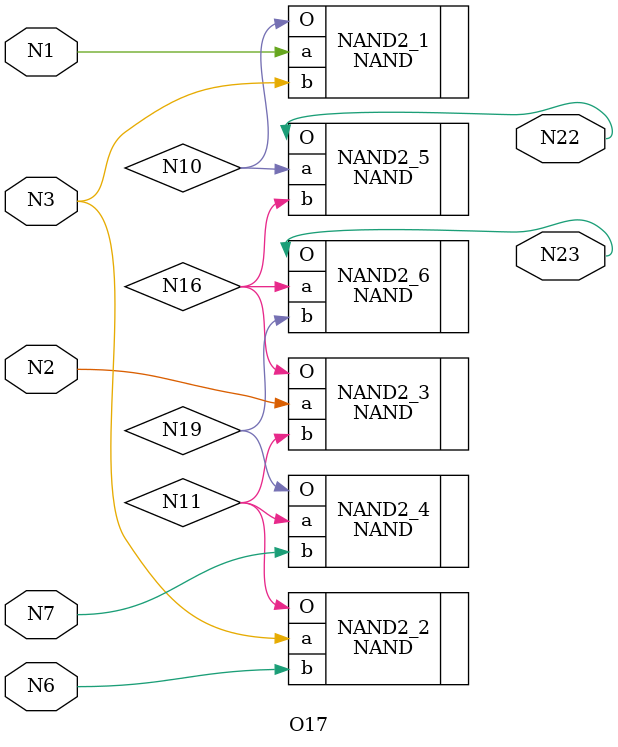
<source format=v>
module O17 (N1,N2,N3,N6,N7,N22,N23);

input N1,N2,N3,N6,N7;

output N22,N23;

wire N10,N11,N16,N19;

NAND NAND2_1 (.O(N10), .a(N1), .b(N3));
NAND NAND2_2 (.O(N11), .a(N3), .b(N6));
NAND NAND2_3 (.O(N16), .a(N2), .b(N11));
NAND NAND2_4 (.O(N19), .a(N11), .b(N7));
NAND NAND2_5 (.O(N22), .a(N10), .b(N16));
NAND NAND2_6 (.O(N23), .a(N16), .b(N19));

endmodule

</source>
